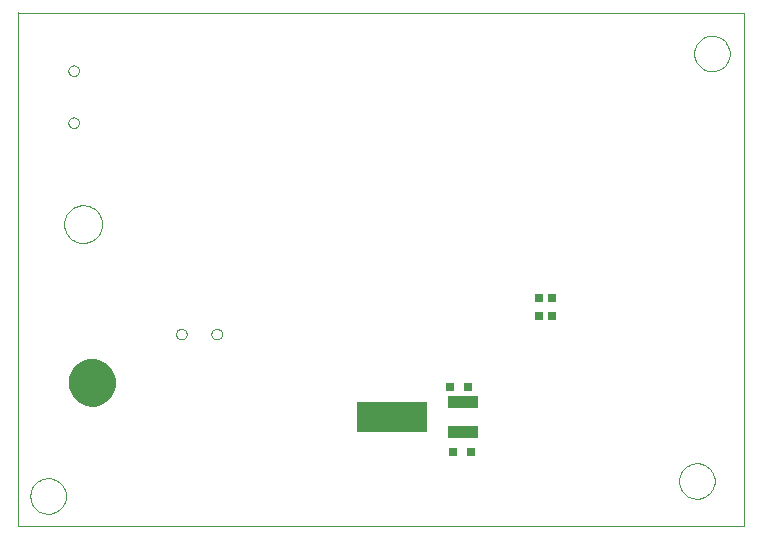
<source format=gbp>
G75*
G70*
%OFA0B0*%
%FSLAX24Y24*%
%IPPOS*%
%LPD*%
%AMOC8*
5,1,8,0,0,1.08239X$1,22.5*
%
%ADD10C,0.0000*%
%ADD11R,0.0315X0.0315*%
%ADD12C,0.0787*%
%ADD13R,0.2362X0.0984*%
%ADD14R,0.0984X0.0394*%
D10*
X000599Y000160D02*
X000599Y017278D01*
X000600Y017276D02*
X024780Y017276D01*
X024780Y000156D01*
X024779Y000160D02*
X000599Y000160D01*
X001008Y001160D02*
X001010Y001208D01*
X001016Y001256D01*
X001026Y001303D01*
X001039Y001349D01*
X001057Y001394D01*
X001077Y001438D01*
X001102Y001480D01*
X001130Y001519D01*
X001160Y001556D01*
X001194Y001590D01*
X001231Y001622D01*
X001269Y001651D01*
X001310Y001676D01*
X001353Y001698D01*
X001398Y001716D01*
X001444Y001730D01*
X001491Y001741D01*
X001539Y001748D01*
X001587Y001751D01*
X001635Y001750D01*
X001683Y001745D01*
X001731Y001736D01*
X001777Y001724D01*
X001822Y001707D01*
X001866Y001687D01*
X001908Y001664D01*
X001948Y001637D01*
X001986Y001607D01*
X002021Y001574D01*
X002053Y001538D01*
X002083Y001500D01*
X002109Y001459D01*
X002131Y001416D01*
X002151Y001372D01*
X002166Y001327D01*
X002178Y001280D01*
X002186Y001232D01*
X002190Y001184D01*
X002190Y001136D01*
X002186Y001088D01*
X002178Y001040D01*
X002166Y000993D01*
X002151Y000948D01*
X002131Y000904D01*
X002109Y000861D01*
X002083Y000820D01*
X002053Y000782D01*
X002021Y000746D01*
X001986Y000713D01*
X001948Y000683D01*
X001908Y000656D01*
X001866Y000633D01*
X001822Y000613D01*
X001777Y000596D01*
X001731Y000584D01*
X001683Y000575D01*
X001635Y000570D01*
X001587Y000569D01*
X001539Y000572D01*
X001491Y000579D01*
X001444Y000590D01*
X001398Y000604D01*
X001353Y000622D01*
X001310Y000644D01*
X001269Y000669D01*
X001231Y000698D01*
X001194Y000730D01*
X001160Y000764D01*
X001130Y000801D01*
X001102Y000840D01*
X001077Y000882D01*
X001057Y000926D01*
X001039Y000971D01*
X001026Y001017D01*
X001016Y001064D01*
X001010Y001112D01*
X001008Y001160D01*
X005861Y006558D02*
X005863Y006584D01*
X005869Y006610D01*
X005879Y006635D01*
X005892Y006658D01*
X005908Y006678D01*
X005928Y006696D01*
X005950Y006711D01*
X005973Y006723D01*
X005999Y006731D01*
X006025Y006735D01*
X006051Y006735D01*
X006077Y006731D01*
X006103Y006723D01*
X006127Y006711D01*
X006148Y006696D01*
X006168Y006678D01*
X006184Y006658D01*
X006197Y006635D01*
X006207Y006610D01*
X006213Y006584D01*
X006215Y006558D01*
X006213Y006532D01*
X006207Y006506D01*
X006197Y006481D01*
X006184Y006458D01*
X006168Y006438D01*
X006148Y006420D01*
X006126Y006405D01*
X006103Y006393D01*
X006077Y006385D01*
X006051Y006381D01*
X006025Y006381D01*
X005999Y006385D01*
X005973Y006393D01*
X005949Y006405D01*
X005928Y006420D01*
X005908Y006438D01*
X005892Y006458D01*
X005879Y006481D01*
X005869Y006506D01*
X005863Y006532D01*
X005861Y006558D01*
X007042Y006558D02*
X007044Y006584D01*
X007050Y006610D01*
X007060Y006635D01*
X007073Y006658D01*
X007089Y006678D01*
X007109Y006696D01*
X007131Y006711D01*
X007154Y006723D01*
X007180Y006731D01*
X007206Y006735D01*
X007232Y006735D01*
X007258Y006731D01*
X007284Y006723D01*
X007308Y006711D01*
X007329Y006696D01*
X007349Y006678D01*
X007365Y006658D01*
X007378Y006635D01*
X007388Y006610D01*
X007394Y006584D01*
X007396Y006558D01*
X007394Y006532D01*
X007388Y006506D01*
X007378Y006481D01*
X007365Y006458D01*
X007349Y006438D01*
X007329Y006420D01*
X007307Y006405D01*
X007284Y006393D01*
X007258Y006385D01*
X007232Y006381D01*
X007206Y006381D01*
X007180Y006385D01*
X007154Y006393D01*
X007130Y006405D01*
X007109Y006420D01*
X007089Y006438D01*
X007073Y006458D01*
X007060Y006481D01*
X007050Y006506D01*
X007044Y006532D01*
X007042Y006558D01*
X002135Y010223D02*
X002137Y010273D01*
X002143Y010323D01*
X002153Y010372D01*
X002167Y010420D01*
X002184Y010467D01*
X002205Y010512D01*
X002230Y010556D01*
X002258Y010597D01*
X002290Y010636D01*
X002324Y010673D01*
X002361Y010707D01*
X002401Y010737D01*
X002443Y010764D01*
X002487Y010788D01*
X002533Y010809D01*
X002580Y010825D01*
X002628Y010838D01*
X002678Y010847D01*
X002727Y010852D01*
X002778Y010853D01*
X002828Y010850D01*
X002877Y010843D01*
X002926Y010832D01*
X002974Y010817D01*
X003020Y010799D01*
X003065Y010777D01*
X003108Y010751D01*
X003149Y010722D01*
X003188Y010690D01*
X003224Y010655D01*
X003256Y010617D01*
X003286Y010577D01*
X003313Y010534D01*
X003336Y010490D01*
X003355Y010444D01*
X003371Y010396D01*
X003383Y010347D01*
X003391Y010298D01*
X003395Y010248D01*
X003395Y010198D01*
X003391Y010148D01*
X003383Y010099D01*
X003371Y010050D01*
X003355Y010002D01*
X003336Y009956D01*
X003313Y009912D01*
X003286Y009869D01*
X003256Y009829D01*
X003224Y009791D01*
X003188Y009756D01*
X003149Y009724D01*
X003108Y009695D01*
X003065Y009669D01*
X003020Y009647D01*
X002974Y009629D01*
X002926Y009614D01*
X002877Y009603D01*
X002828Y009596D01*
X002778Y009593D01*
X002727Y009594D01*
X002678Y009599D01*
X002628Y009608D01*
X002580Y009621D01*
X002533Y009637D01*
X002487Y009658D01*
X002443Y009682D01*
X002401Y009709D01*
X002361Y009739D01*
X002324Y009773D01*
X002290Y009810D01*
X002258Y009849D01*
X002230Y009890D01*
X002205Y009934D01*
X002184Y009979D01*
X002167Y010026D01*
X002153Y010074D01*
X002143Y010123D01*
X002137Y010173D01*
X002135Y010223D01*
X002273Y013602D02*
X002275Y013628D01*
X002281Y013654D01*
X002291Y013679D01*
X002304Y013702D01*
X002320Y013722D01*
X002340Y013740D01*
X002362Y013755D01*
X002385Y013767D01*
X002411Y013775D01*
X002437Y013779D01*
X002463Y013779D01*
X002489Y013775D01*
X002515Y013767D01*
X002539Y013755D01*
X002560Y013740D01*
X002580Y013722D01*
X002596Y013702D01*
X002609Y013679D01*
X002619Y013654D01*
X002625Y013628D01*
X002627Y013602D01*
X002625Y013576D01*
X002619Y013550D01*
X002609Y013525D01*
X002596Y013502D01*
X002580Y013482D01*
X002560Y013464D01*
X002538Y013449D01*
X002515Y013437D01*
X002489Y013429D01*
X002463Y013425D01*
X002437Y013425D01*
X002411Y013429D01*
X002385Y013437D01*
X002361Y013449D01*
X002340Y013464D01*
X002320Y013482D01*
X002304Y013502D01*
X002291Y013525D01*
X002281Y013550D01*
X002275Y013576D01*
X002273Y013602D01*
X002273Y015335D02*
X002275Y015361D01*
X002281Y015387D01*
X002291Y015412D01*
X002304Y015435D01*
X002320Y015455D01*
X002340Y015473D01*
X002362Y015488D01*
X002385Y015500D01*
X002411Y015508D01*
X002437Y015512D01*
X002463Y015512D01*
X002489Y015508D01*
X002515Y015500D01*
X002539Y015488D01*
X002560Y015473D01*
X002580Y015455D01*
X002596Y015435D01*
X002609Y015412D01*
X002619Y015387D01*
X002625Y015361D01*
X002627Y015335D01*
X002625Y015309D01*
X002619Y015283D01*
X002609Y015258D01*
X002596Y015235D01*
X002580Y015215D01*
X002560Y015197D01*
X002538Y015182D01*
X002515Y015170D01*
X002489Y015162D01*
X002463Y015158D01*
X002437Y015158D01*
X002411Y015162D01*
X002385Y015170D01*
X002361Y015182D01*
X002340Y015197D01*
X002320Y015215D01*
X002304Y015235D01*
X002291Y015258D01*
X002281Y015283D01*
X002275Y015309D01*
X002273Y015335D01*
X022633Y001660D02*
X022635Y001708D01*
X022641Y001756D01*
X022651Y001803D01*
X022664Y001849D01*
X022682Y001894D01*
X022702Y001938D01*
X022727Y001980D01*
X022755Y002019D01*
X022785Y002056D01*
X022819Y002090D01*
X022856Y002122D01*
X022894Y002151D01*
X022935Y002176D01*
X022978Y002198D01*
X023023Y002216D01*
X023069Y002230D01*
X023116Y002241D01*
X023164Y002248D01*
X023212Y002251D01*
X023260Y002250D01*
X023308Y002245D01*
X023356Y002236D01*
X023402Y002224D01*
X023447Y002207D01*
X023491Y002187D01*
X023533Y002164D01*
X023573Y002137D01*
X023611Y002107D01*
X023646Y002074D01*
X023678Y002038D01*
X023708Y002000D01*
X023734Y001959D01*
X023756Y001916D01*
X023776Y001872D01*
X023791Y001827D01*
X023803Y001780D01*
X023811Y001732D01*
X023815Y001684D01*
X023815Y001636D01*
X023811Y001588D01*
X023803Y001540D01*
X023791Y001493D01*
X023776Y001448D01*
X023756Y001404D01*
X023734Y001361D01*
X023708Y001320D01*
X023678Y001282D01*
X023646Y001246D01*
X023611Y001213D01*
X023573Y001183D01*
X023533Y001156D01*
X023491Y001133D01*
X023447Y001113D01*
X023402Y001096D01*
X023356Y001084D01*
X023308Y001075D01*
X023260Y001070D01*
X023212Y001069D01*
X023164Y001072D01*
X023116Y001079D01*
X023069Y001090D01*
X023023Y001104D01*
X022978Y001122D01*
X022935Y001144D01*
X022894Y001169D01*
X022856Y001198D01*
X022819Y001230D01*
X022785Y001264D01*
X022755Y001301D01*
X022727Y001340D01*
X022702Y001382D01*
X022682Y001426D01*
X022664Y001471D01*
X022651Y001517D01*
X022641Y001564D01*
X022635Y001612D01*
X022633Y001660D01*
X023133Y015910D02*
X023135Y015958D01*
X023141Y016006D01*
X023151Y016053D01*
X023164Y016099D01*
X023182Y016144D01*
X023202Y016188D01*
X023227Y016230D01*
X023255Y016269D01*
X023285Y016306D01*
X023319Y016340D01*
X023356Y016372D01*
X023394Y016401D01*
X023435Y016426D01*
X023478Y016448D01*
X023523Y016466D01*
X023569Y016480D01*
X023616Y016491D01*
X023664Y016498D01*
X023712Y016501D01*
X023760Y016500D01*
X023808Y016495D01*
X023856Y016486D01*
X023902Y016474D01*
X023947Y016457D01*
X023991Y016437D01*
X024033Y016414D01*
X024073Y016387D01*
X024111Y016357D01*
X024146Y016324D01*
X024178Y016288D01*
X024208Y016250D01*
X024234Y016209D01*
X024256Y016166D01*
X024276Y016122D01*
X024291Y016077D01*
X024303Y016030D01*
X024311Y015982D01*
X024315Y015934D01*
X024315Y015886D01*
X024311Y015838D01*
X024303Y015790D01*
X024291Y015743D01*
X024276Y015698D01*
X024256Y015654D01*
X024234Y015611D01*
X024208Y015570D01*
X024178Y015532D01*
X024146Y015496D01*
X024111Y015463D01*
X024073Y015433D01*
X024033Y015406D01*
X023991Y015383D01*
X023947Y015363D01*
X023902Y015346D01*
X023856Y015334D01*
X023808Y015325D01*
X023760Y015320D01*
X023712Y015319D01*
X023664Y015322D01*
X023616Y015329D01*
X023569Y015340D01*
X023523Y015354D01*
X023478Y015372D01*
X023435Y015394D01*
X023394Y015419D01*
X023356Y015448D01*
X023319Y015480D01*
X023285Y015514D01*
X023255Y015551D01*
X023227Y015590D01*
X023202Y015632D01*
X023182Y015676D01*
X023164Y015721D01*
X023151Y015767D01*
X023141Y015814D01*
X023135Y015862D01*
X023133Y015910D01*
D11*
X018391Y007763D03*
X017965Y007763D03*
X017965Y007163D03*
X018391Y007163D03*
X015588Y004811D03*
X014988Y004811D03*
X015083Y002625D03*
X015683Y002625D03*
D12*
X002680Y004935D02*
X002682Y004974D01*
X002688Y005013D01*
X002698Y005051D01*
X002711Y005088D01*
X002728Y005123D01*
X002748Y005157D01*
X002772Y005188D01*
X002799Y005217D01*
X002828Y005243D01*
X002860Y005266D01*
X002894Y005286D01*
X002930Y005302D01*
X002967Y005314D01*
X003006Y005323D01*
X003045Y005328D01*
X003084Y005329D01*
X003123Y005326D01*
X003162Y005319D01*
X003199Y005308D01*
X003236Y005294D01*
X003271Y005276D01*
X003304Y005255D01*
X003335Y005230D01*
X003363Y005203D01*
X003388Y005173D01*
X003410Y005140D01*
X003429Y005106D01*
X003444Y005070D01*
X003456Y005032D01*
X003464Y004994D01*
X003468Y004955D01*
X003468Y004915D01*
X003464Y004876D01*
X003456Y004838D01*
X003444Y004800D01*
X003429Y004764D01*
X003410Y004730D01*
X003388Y004697D01*
X003363Y004667D01*
X003335Y004640D01*
X003304Y004615D01*
X003271Y004594D01*
X003236Y004576D01*
X003199Y004562D01*
X003162Y004551D01*
X003123Y004544D01*
X003084Y004541D01*
X003045Y004542D01*
X003006Y004547D01*
X002967Y004556D01*
X002930Y004568D01*
X002894Y004584D01*
X002860Y004604D01*
X002828Y004627D01*
X002799Y004653D01*
X002772Y004682D01*
X002748Y004713D01*
X002728Y004747D01*
X002711Y004782D01*
X002698Y004819D01*
X002688Y004857D01*
X002682Y004896D01*
X002680Y004935D01*
D13*
X013049Y003810D03*
D14*
X015411Y003310D03*
X015411Y004310D03*
M02*

</source>
